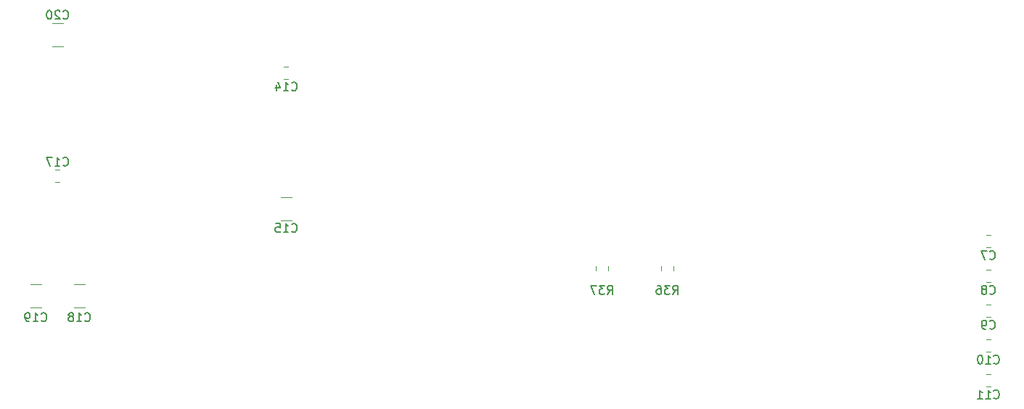
<source format=gbr>
G04 #@! TF.GenerationSoftware,KiCad,Pcbnew,(5.1.4)-1*
G04 #@! TF.CreationDate,2019-11-19T11:44:18-05:00*
G04 #@! TF.ProjectId,PacMan,5061634d-616e-42e6-9b69-6361645f7063,rev?*
G04 #@! TF.SameCoordinates,Original*
G04 #@! TF.FileFunction,Legend,Bot*
G04 #@! TF.FilePolarity,Positive*
%FSLAX46Y46*%
G04 Gerber Fmt 4.6, Leading zero omitted, Abs format (unit mm)*
G04 Created by KiCad (PCBNEW (5.1.4)-1) date 2019-11-19 11:44:18*
%MOMM*%
%LPD*%
G04 APERTURE LIST*
%ADD10C,0.120000*%
%ADD11C,0.150000*%
G04 APERTURE END LIST*
D10*
X34257064Y-92800000D02*
X33052936Y-92800000D01*
X34257064Y-90080000D02*
X33052936Y-90080000D01*
X30512936Y-120560000D02*
X31717064Y-120560000D01*
X30512936Y-123280000D02*
X31717064Y-123280000D01*
X36797064Y-123280000D02*
X35592936Y-123280000D01*
X36797064Y-120560000D02*
X35592936Y-120560000D01*
X59722936Y-110400000D02*
X60927064Y-110400000D01*
X59722936Y-113120000D02*
X60927064Y-113120000D01*
X104065000Y-119006252D02*
X104065000Y-118483748D01*
X105485000Y-119006252D02*
X105485000Y-118483748D01*
X97865000Y-119006252D02*
X97865000Y-118483748D01*
X96445000Y-119006252D02*
X96445000Y-118483748D01*
X141978748Y-116280000D02*
X142501252Y-116280000D01*
X141978748Y-114860000D02*
X142501252Y-114860000D01*
X141978748Y-118924000D02*
X142501252Y-118924000D01*
X141978748Y-120344000D02*
X142501252Y-120344000D01*
X141978748Y-122988000D02*
X142501252Y-122988000D01*
X141978748Y-124408000D02*
X142501252Y-124408000D01*
X141978748Y-128472000D02*
X142501252Y-128472000D01*
X141978748Y-127052000D02*
X142501252Y-127052000D01*
X141978748Y-131116000D02*
X142501252Y-131116000D01*
X141978748Y-132536000D02*
X142501252Y-132536000D01*
X60063748Y-96595000D02*
X60586252Y-96595000D01*
X60063748Y-95175000D02*
X60586252Y-95175000D01*
X33916252Y-108660000D02*
X33393748Y-108660000D01*
X33916252Y-107240000D02*
X33393748Y-107240000D01*
D11*
X34297857Y-89517142D02*
X34345476Y-89564761D01*
X34488333Y-89612380D01*
X34583571Y-89612380D01*
X34726428Y-89564761D01*
X34821666Y-89469523D01*
X34869285Y-89374285D01*
X34916904Y-89183809D01*
X34916904Y-89040952D01*
X34869285Y-88850476D01*
X34821666Y-88755238D01*
X34726428Y-88660000D01*
X34583571Y-88612380D01*
X34488333Y-88612380D01*
X34345476Y-88660000D01*
X34297857Y-88707619D01*
X33916904Y-88707619D02*
X33869285Y-88660000D01*
X33774047Y-88612380D01*
X33535952Y-88612380D01*
X33440714Y-88660000D01*
X33393095Y-88707619D01*
X33345476Y-88802857D01*
X33345476Y-88898095D01*
X33393095Y-89040952D01*
X33964523Y-89612380D01*
X33345476Y-89612380D01*
X32726428Y-88612380D02*
X32631190Y-88612380D01*
X32535952Y-88660000D01*
X32488333Y-88707619D01*
X32440714Y-88802857D01*
X32393095Y-88993333D01*
X32393095Y-89231428D01*
X32440714Y-89421904D01*
X32488333Y-89517142D01*
X32535952Y-89564761D01*
X32631190Y-89612380D01*
X32726428Y-89612380D01*
X32821666Y-89564761D01*
X32869285Y-89517142D01*
X32916904Y-89421904D01*
X32964523Y-89231428D01*
X32964523Y-88993333D01*
X32916904Y-88802857D01*
X32869285Y-88707619D01*
X32821666Y-88660000D01*
X32726428Y-88612380D01*
X31757857Y-124817142D02*
X31805476Y-124864761D01*
X31948333Y-124912380D01*
X32043571Y-124912380D01*
X32186428Y-124864761D01*
X32281666Y-124769523D01*
X32329285Y-124674285D01*
X32376904Y-124483809D01*
X32376904Y-124340952D01*
X32329285Y-124150476D01*
X32281666Y-124055238D01*
X32186428Y-123960000D01*
X32043571Y-123912380D01*
X31948333Y-123912380D01*
X31805476Y-123960000D01*
X31757857Y-124007619D01*
X30805476Y-124912380D02*
X31376904Y-124912380D01*
X31091190Y-124912380D02*
X31091190Y-123912380D01*
X31186428Y-124055238D01*
X31281666Y-124150476D01*
X31376904Y-124198095D01*
X30329285Y-124912380D02*
X30138809Y-124912380D01*
X30043571Y-124864761D01*
X29995952Y-124817142D01*
X29900714Y-124674285D01*
X29853095Y-124483809D01*
X29853095Y-124102857D01*
X29900714Y-124007619D01*
X29948333Y-123960000D01*
X30043571Y-123912380D01*
X30234047Y-123912380D01*
X30329285Y-123960000D01*
X30376904Y-124007619D01*
X30424523Y-124102857D01*
X30424523Y-124340952D01*
X30376904Y-124436190D01*
X30329285Y-124483809D01*
X30234047Y-124531428D01*
X30043571Y-124531428D01*
X29948333Y-124483809D01*
X29900714Y-124436190D01*
X29853095Y-124340952D01*
X36837857Y-124817142D02*
X36885476Y-124864761D01*
X37028333Y-124912380D01*
X37123571Y-124912380D01*
X37266428Y-124864761D01*
X37361666Y-124769523D01*
X37409285Y-124674285D01*
X37456904Y-124483809D01*
X37456904Y-124340952D01*
X37409285Y-124150476D01*
X37361666Y-124055238D01*
X37266428Y-123960000D01*
X37123571Y-123912380D01*
X37028333Y-123912380D01*
X36885476Y-123960000D01*
X36837857Y-124007619D01*
X35885476Y-124912380D02*
X36456904Y-124912380D01*
X36171190Y-124912380D02*
X36171190Y-123912380D01*
X36266428Y-124055238D01*
X36361666Y-124150476D01*
X36456904Y-124198095D01*
X35314047Y-124340952D02*
X35409285Y-124293333D01*
X35456904Y-124245714D01*
X35504523Y-124150476D01*
X35504523Y-124102857D01*
X35456904Y-124007619D01*
X35409285Y-123960000D01*
X35314047Y-123912380D01*
X35123571Y-123912380D01*
X35028333Y-123960000D01*
X34980714Y-124007619D01*
X34933095Y-124102857D01*
X34933095Y-124150476D01*
X34980714Y-124245714D01*
X35028333Y-124293333D01*
X35123571Y-124340952D01*
X35314047Y-124340952D01*
X35409285Y-124388571D01*
X35456904Y-124436190D01*
X35504523Y-124531428D01*
X35504523Y-124721904D01*
X35456904Y-124817142D01*
X35409285Y-124864761D01*
X35314047Y-124912380D01*
X35123571Y-124912380D01*
X35028333Y-124864761D01*
X34980714Y-124817142D01*
X34933095Y-124721904D01*
X34933095Y-124531428D01*
X34980714Y-124436190D01*
X35028333Y-124388571D01*
X35123571Y-124340952D01*
X60967857Y-114397142D02*
X61015476Y-114444761D01*
X61158333Y-114492380D01*
X61253571Y-114492380D01*
X61396428Y-114444761D01*
X61491666Y-114349523D01*
X61539285Y-114254285D01*
X61586904Y-114063809D01*
X61586904Y-113920952D01*
X61539285Y-113730476D01*
X61491666Y-113635238D01*
X61396428Y-113540000D01*
X61253571Y-113492380D01*
X61158333Y-113492380D01*
X61015476Y-113540000D01*
X60967857Y-113587619D01*
X60015476Y-114492380D02*
X60586904Y-114492380D01*
X60301190Y-114492380D02*
X60301190Y-113492380D01*
X60396428Y-113635238D01*
X60491666Y-113730476D01*
X60586904Y-113778095D01*
X59110714Y-113492380D02*
X59586904Y-113492380D01*
X59634523Y-113968571D01*
X59586904Y-113920952D01*
X59491666Y-113873333D01*
X59253571Y-113873333D01*
X59158333Y-113920952D01*
X59110714Y-113968571D01*
X59063095Y-114063809D01*
X59063095Y-114301904D01*
X59110714Y-114397142D01*
X59158333Y-114444761D01*
X59253571Y-114492380D01*
X59491666Y-114492380D01*
X59586904Y-114444761D01*
X59634523Y-114397142D01*
X105417857Y-121737380D02*
X105751190Y-121261190D01*
X105989285Y-121737380D02*
X105989285Y-120737380D01*
X105608333Y-120737380D01*
X105513095Y-120785000D01*
X105465476Y-120832619D01*
X105417857Y-120927857D01*
X105417857Y-121070714D01*
X105465476Y-121165952D01*
X105513095Y-121213571D01*
X105608333Y-121261190D01*
X105989285Y-121261190D01*
X105084523Y-120737380D02*
X104465476Y-120737380D01*
X104798809Y-121118333D01*
X104655952Y-121118333D01*
X104560714Y-121165952D01*
X104513095Y-121213571D01*
X104465476Y-121308809D01*
X104465476Y-121546904D01*
X104513095Y-121642142D01*
X104560714Y-121689761D01*
X104655952Y-121737380D01*
X104941666Y-121737380D01*
X105036904Y-121689761D01*
X105084523Y-121642142D01*
X103608333Y-120737380D02*
X103798809Y-120737380D01*
X103894047Y-120785000D01*
X103941666Y-120832619D01*
X104036904Y-120975476D01*
X104084523Y-121165952D01*
X104084523Y-121546904D01*
X104036904Y-121642142D01*
X103989285Y-121689761D01*
X103894047Y-121737380D01*
X103703571Y-121737380D01*
X103608333Y-121689761D01*
X103560714Y-121642142D01*
X103513095Y-121546904D01*
X103513095Y-121308809D01*
X103560714Y-121213571D01*
X103608333Y-121165952D01*
X103703571Y-121118333D01*
X103894047Y-121118333D01*
X103989285Y-121165952D01*
X104036904Y-121213571D01*
X104084523Y-121308809D01*
X97797857Y-121737380D02*
X98131190Y-121261190D01*
X98369285Y-121737380D02*
X98369285Y-120737380D01*
X97988333Y-120737380D01*
X97893095Y-120785000D01*
X97845476Y-120832619D01*
X97797857Y-120927857D01*
X97797857Y-121070714D01*
X97845476Y-121165952D01*
X97893095Y-121213571D01*
X97988333Y-121261190D01*
X98369285Y-121261190D01*
X97464523Y-120737380D02*
X96845476Y-120737380D01*
X97178809Y-121118333D01*
X97035952Y-121118333D01*
X96940714Y-121165952D01*
X96893095Y-121213571D01*
X96845476Y-121308809D01*
X96845476Y-121546904D01*
X96893095Y-121642142D01*
X96940714Y-121689761D01*
X97035952Y-121737380D01*
X97321666Y-121737380D01*
X97416904Y-121689761D01*
X97464523Y-121642142D01*
X96512142Y-120737380D02*
X95845476Y-120737380D01*
X96274047Y-121737380D01*
X142406666Y-117577142D02*
X142454285Y-117624761D01*
X142597142Y-117672380D01*
X142692380Y-117672380D01*
X142835238Y-117624761D01*
X142930476Y-117529523D01*
X142978095Y-117434285D01*
X143025714Y-117243809D01*
X143025714Y-117100952D01*
X142978095Y-116910476D01*
X142930476Y-116815238D01*
X142835238Y-116720000D01*
X142692380Y-116672380D01*
X142597142Y-116672380D01*
X142454285Y-116720000D01*
X142406666Y-116767619D01*
X142073333Y-116672380D02*
X141406666Y-116672380D01*
X141835238Y-117672380D01*
X142406666Y-121641142D02*
X142454285Y-121688761D01*
X142597142Y-121736380D01*
X142692380Y-121736380D01*
X142835238Y-121688761D01*
X142930476Y-121593523D01*
X142978095Y-121498285D01*
X143025714Y-121307809D01*
X143025714Y-121164952D01*
X142978095Y-120974476D01*
X142930476Y-120879238D01*
X142835238Y-120784000D01*
X142692380Y-120736380D01*
X142597142Y-120736380D01*
X142454285Y-120784000D01*
X142406666Y-120831619D01*
X141835238Y-121164952D02*
X141930476Y-121117333D01*
X141978095Y-121069714D01*
X142025714Y-120974476D01*
X142025714Y-120926857D01*
X141978095Y-120831619D01*
X141930476Y-120784000D01*
X141835238Y-120736380D01*
X141644761Y-120736380D01*
X141549523Y-120784000D01*
X141501904Y-120831619D01*
X141454285Y-120926857D01*
X141454285Y-120974476D01*
X141501904Y-121069714D01*
X141549523Y-121117333D01*
X141644761Y-121164952D01*
X141835238Y-121164952D01*
X141930476Y-121212571D01*
X141978095Y-121260190D01*
X142025714Y-121355428D01*
X142025714Y-121545904D01*
X141978095Y-121641142D01*
X141930476Y-121688761D01*
X141835238Y-121736380D01*
X141644761Y-121736380D01*
X141549523Y-121688761D01*
X141501904Y-121641142D01*
X141454285Y-121545904D01*
X141454285Y-121355428D01*
X141501904Y-121260190D01*
X141549523Y-121212571D01*
X141644761Y-121164952D01*
X142406666Y-125705142D02*
X142454285Y-125752761D01*
X142597142Y-125800380D01*
X142692380Y-125800380D01*
X142835238Y-125752761D01*
X142930476Y-125657523D01*
X142978095Y-125562285D01*
X143025714Y-125371809D01*
X143025714Y-125228952D01*
X142978095Y-125038476D01*
X142930476Y-124943238D01*
X142835238Y-124848000D01*
X142692380Y-124800380D01*
X142597142Y-124800380D01*
X142454285Y-124848000D01*
X142406666Y-124895619D01*
X141930476Y-125800380D02*
X141740000Y-125800380D01*
X141644761Y-125752761D01*
X141597142Y-125705142D01*
X141501904Y-125562285D01*
X141454285Y-125371809D01*
X141454285Y-124990857D01*
X141501904Y-124895619D01*
X141549523Y-124848000D01*
X141644761Y-124800380D01*
X141835238Y-124800380D01*
X141930476Y-124848000D01*
X141978095Y-124895619D01*
X142025714Y-124990857D01*
X142025714Y-125228952D01*
X141978095Y-125324190D01*
X141930476Y-125371809D01*
X141835238Y-125419428D01*
X141644761Y-125419428D01*
X141549523Y-125371809D01*
X141501904Y-125324190D01*
X141454285Y-125228952D01*
X142882857Y-129769142D02*
X142930476Y-129816761D01*
X143073333Y-129864380D01*
X143168571Y-129864380D01*
X143311428Y-129816761D01*
X143406666Y-129721523D01*
X143454285Y-129626285D01*
X143501904Y-129435809D01*
X143501904Y-129292952D01*
X143454285Y-129102476D01*
X143406666Y-129007238D01*
X143311428Y-128912000D01*
X143168571Y-128864380D01*
X143073333Y-128864380D01*
X142930476Y-128912000D01*
X142882857Y-128959619D01*
X141930476Y-129864380D02*
X142501904Y-129864380D01*
X142216190Y-129864380D02*
X142216190Y-128864380D01*
X142311428Y-129007238D01*
X142406666Y-129102476D01*
X142501904Y-129150095D01*
X141311428Y-128864380D02*
X141216190Y-128864380D01*
X141120952Y-128912000D01*
X141073333Y-128959619D01*
X141025714Y-129054857D01*
X140978095Y-129245333D01*
X140978095Y-129483428D01*
X141025714Y-129673904D01*
X141073333Y-129769142D01*
X141120952Y-129816761D01*
X141216190Y-129864380D01*
X141311428Y-129864380D01*
X141406666Y-129816761D01*
X141454285Y-129769142D01*
X141501904Y-129673904D01*
X141549523Y-129483428D01*
X141549523Y-129245333D01*
X141501904Y-129054857D01*
X141454285Y-128959619D01*
X141406666Y-128912000D01*
X141311428Y-128864380D01*
X142882857Y-133833142D02*
X142930476Y-133880761D01*
X143073333Y-133928380D01*
X143168571Y-133928380D01*
X143311428Y-133880761D01*
X143406666Y-133785523D01*
X143454285Y-133690285D01*
X143501904Y-133499809D01*
X143501904Y-133356952D01*
X143454285Y-133166476D01*
X143406666Y-133071238D01*
X143311428Y-132976000D01*
X143168571Y-132928380D01*
X143073333Y-132928380D01*
X142930476Y-132976000D01*
X142882857Y-133023619D01*
X141930476Y-133928380D02*
X142501904Y-133928380D01*
X142216190Y-133928380D02*
X142216190Y-132928380D01*
X142311428Y-133071238D01*
X142406666Y-133166476D01*
X142501904Y-133214095D01*
X140978095Y-133928380D02*
X141549523Y-133928380D01*
X141263809Y-133928380D02*
X141263809Y-132928380D01*
X141359047Y-133071238D01*
X141454285Y-133166476D01*
X141549523Y-133214095D01*
X60967857Y-97892142D02*
X61015476Y-97939761D01*
X61158333Y-97987380D01*
X61253571Y-97987380D01*
X61396428Y-97939761D01*
X61491666Y-97844523D01*
X61539285Y-97749285D01*
X61586904Y-97558809D01*
X61586904Y-97415952D01*
X61539285Y-97225476D01*
X61491666Y-97130238D01*
X61396428Y-97035000D01*
X61253571Y-96987380D01*
X61158333Y-96987380D01*
X61015476Y-97035000D01*
X60967857Y-97082619D01*
X60015476Y-97987380D02*
X60586904Y-97987380D01*
X60301190Y-97987380D02*
X60301190Y-96987380D01*
X60396428Y-97130238D01*
X60491666Y-97225476D01*
X60586904Y-97273095D01*
X59158333Y-97320714D02*
X59158333Y-97987380D01*
X59396428Y-96939761D02*
X59634523Y-97654047D01*
X59015476Y-97654047D01*
X34297857Y-106657142D02*
X34345476Y-106704761D01*
X34488333Y-106752380D01*
X34583571Y-106752380D01*
X34726428Y-106704761D01*
X34821666Y-106609523D01*
X34869285Y-106514285D01*
X34916904Y-106323809D01*
X34916904Y-106180952D01*
X34869285Y-105990476D01*
X34821666Y-105895238D01*
X34726428Y-105800000D01*
X34583571Y-105752380D01*
X34488333Y-105752380D01*
X34345476Y-105800000D01*
X34297857Y-105847619D01*
X33345476Y-106752380D02*
X33916904Y-106752380D01*
X33631190Y-106752380D02*
X33631190Y-105752380D01*
X33726428Y-105895238D01*
X33821666Y-105990476D01*
X33916904Y-106038095D01*
X33012142Y-105752380D02*
X32345476Y-105752380D01*
X32774047Y-106752380D01*
M02*

</source>
